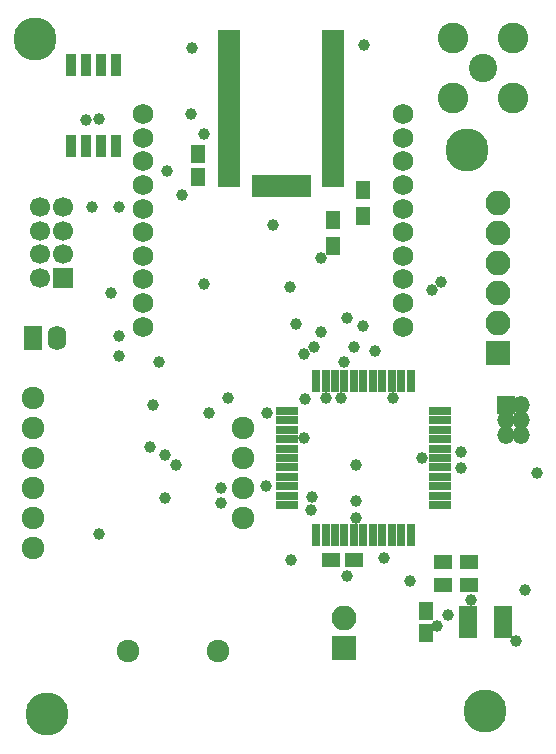
<source format=gbr>
G04 #@! TF.FileFunction,Soldermask,Bot*
%FSLAX46Y46*%
G04 Gerber Fmt 4.6, Leading zero omitted, Abs format (unit mm)*
G04 Created by KiCad (PCBNEW 4.0.6) date Thu Dec 28 15:24:54 2017*
%MOMM*%
%LPD*%
G01*
G04 APERTURE LIST*
%ADD10C,0.128000*%
%ADD11C,1.924000*%
%ADD12R,0.950000X1.900000*%
%ADD13R,0.800000X1.900000*%
%ADD14R,1.900000X0.800000*%
%ADD15R,1.650000X0.670000*%
%ADD16R,1.100000X1.900000*%
%ADD17R,1.900000X1.100000*%
%ADD18R,1.900000X1.400000*%
%ADD19C,1.727200*%
%ADD20R,1.500000X1.500000*%
%ADD21O,1.500000X1.500000*%
%ADD22R,2.100000X2.100000*%
%ADD23O,2.100000X2.100000*%
%ADD24R,1.600000X1.150000*%
%ADD25R,1.150000X1.600000*%
%ADD26R,1.600000X1.300000*%
%ADD27R,1.700000X1.700000*%
%ADD28C,1.700000*%
%ADD29C,2.600000*%
%ADD30C,2.400000*%
%ADD31R,1.300000X1.600000*%
%ADD32C,1.000000*%
%ADD33R,1.600000X2.100000*%
%ADD34O,1.600000X2.100000*%
%ADD35C,3.650000*%
G04 APERTURE END LIST*
D10*
D11*
X145161000Y-110363000D03*
X152781000Y-110363000D03*
D12*
X144145000Y-60735000D03*
X144145000Y-67535000D03*
X142875000Y-60735000D03*
X142875000Y-67535000D03*
X141605000Y-60735000D03*
X141605000Y-67535000D03*
X140335000Y-60735000D03*
X140335000Y-67535000D03*
D13*
X169100000Y-100480000D03*
X168300000Y-100480000D03*
X167500000Y-100480000D03*
X166700000Y-100480000D03*
X165900000Y-100480000D03*
X165100000Y-100480000D03*
X164300000Y-100480000D03*
X163500000Y-100480000D03*
X162700000Y-100480000D03*
X161900000Y-100480000D03*
X161100000Y-100480000D03*
D14*
X158600000Y-97980000D03*
X158600000Y-97180000D03*
X158600000Y-96380000D03*
X158600000Y-95580000D03*
X158600000Y-94780000D03*
X158600000Y-93980000D03*
X158600000Y-93180000D03*
X158600000Y-92380000D03*
X158600000Y-91580000D03*
X158600000Y-90780000D03*
X158600000Y-89980000D03*
D13*
X161100000Y-87480000D03*
X161900000Y-87480000D03*
X162700000Y-87480000D03*
X163500000Y-87480000D03*
X164300000Y-87480000D03*
X165100000Y-87480000D03*
X165900000Y-87480000D03*
X166700000Y-87480000D03*
X167500000Y-87480000D03*
X168300000Y-87480000D03*
X169100000Y-87480000D03*
D14*
X171600000Y-89980000D03*
X171600000Y-90780000D03*
X171600000Y-91580000D03*
X171600000Y-92380000D03*
X171600000Y-93180000D03*
X171600000Y-93980000D03*
X171600000Y-94780000D03*
X171600000Y-95580000D03*
X171600000Y-96380000D03*
X171600000Y-97180000D03*
X171600000Y-97980000D03*
D15*
X176950500Y-108886500D03*
X173950500Y-108886500D03*
X176950500Y-108386500D03*
X173950500Y-108386500D03*
X176950500Y-107886500D03*
X173950500Y-107886500D03*
X176950500Y-107386500D03*
X173950500Y-107386500D03*
X176950500Y-106886500D03*
X173950500Y-106886500D03*
D16*
X160160000Y-70970000D03*
D17*
X153760000Y-70570000D03*
X153760000Y-69570000D03*
X153760000Y-68570000D03*
X153760000Y-67570000D03*
X153760000Y-66570000D03*
X153760000Y-65570000D03*
X153760000Y-64570000D03*
X153760000Y-63570000D03*
X153760000Y-62570000D03*
X153760000Y-61570000D03*
X153760000Y-60570000D03*
X153760000Y-59570000D03*
D18*
X153760000Y-58420000D03*
X162560000Y-58420000D03*
D17*
X162560000Y-59570000D03*
X162560000Y-60570000D03*
X162560000Y-61570000D03*
X162560000Y-62570000D03*
X162560000Y-63570000D03*
X162560000Y-64570000D03*
X162560000Y-65570000D03*
X162560000Y-66570000D03*
X162560000Y-67570000D03*
X162560000Y-68570000D03*
X162560000Y-69570000D03*
X162560000Y-70570000D03*
D16*
X159160000Y-70970000D03*
X158160000Y-70970000D03*
X157160000Y-70970000D03*
X156160000Y-70970000D03*
D19*
X168478200Y-82864960D03*
X168478200Y-80863440D03*
X168478200Y-78864460D03*
X168478200Y-76862940D03*
X168478200Y-74863960D03*
X168478200Y-72864980D03*
X168478200Y-70863460D03*
X168478200Y-68864480D03*
X168478200Y-66862960D03*
X168478200Y-64863980D03*
X146481800Y-64863980D03*
X146481800Y-66862960D03*
X146481800Y-68864480D03*
X146481800Y-70863460D03*
X146481800Y-72864980D03*
X146481800Y-74863960D03*
X146481800Y-76862940D03*
X146481800Y-78864460D03*
X146481800Y-80863440D03*
X146481800Y-82864960D03*
D20*
X177165000Y-89535000D03*
D21*
X178435000Y-89535000D03*
X177165000Y-90805000D03*
X178435000Y-90805000D03*
X177165000Y-92075000D03*
X178435000Y-92075000D03*
D22*
X176530000Y-85090000D03*
D23*
X176530000Y-82550000D03*
X176530000Y-80010000D03*
X176530000Y-77470000D03*
X176530000Y-74930000D03*
X176530000Y-72390000D03*
D24*
X162372000Y-102616000D03*
X164272000Y-102616000D03*
D25*
X170370500Y-108836500D03*
X170370500Y-106936500D03*
D26*
X171810500Y-104711500D03*
X174010500Y-104711500D03*
X174010500Y-102806500D03*
X171810500Y-102806500D03*
D11*
X137160000Y-101600000D03*
X137160000Y-99060000D03*
X137160000Y-96520000D03*
X137160000Y-93980000D03*
X137160000Y-91440000D03*
X137160000Y-88900000D03*
X154940000Y-91440000D03*
X154940000Y-93980000D03*
X154940000Y-96520000D03*
X154940000Y-99060000D03*
D27*
X139700000Y-78740000D03*
D28*
X139700000Y-76740000D03*
X139700000Y-74740000D03*
X139700000Y-72740000D03*
X137700000Y-78740000D03*
X137700000Y-76740000D03*
X137700000Y-74740000D03*
X137700000Y-72740000D03*
D29*
X172720000Y-63500000D03*
X172720000Y-58420000D03*
X177800000Y-58420000D03*
X177800000Y-63500000D03*
D30*
X175260000Y-60960000D03*
D31*
X165100000Y-71290000D03*
X165100000Y-73490000D03*
X162560000Y-73830000D03*
X162560000Y-76030000D03*
D25*
X151130000Y-70165000D03*
X151130000Y-68265000D03*
D32*
X152019000Y-90170000D03*
X165163500Y-58991500D03*
X150558500Y-59245500D03*
D22*
X163449000Y-110109000D03*
D23*
X163449000Y-107569000D03*
D33*
X137160000Y-83820000D03*
D34*
X139160000Y-83820000D03*
D32*
X166878000Y-102489000D03*
X151638000Y-66548000D03*
X160147000Y-89027000D03*
D35*
X138303000Y-115697000D03*
X173863000Y-67945000D03*
X137287000Y-58547000D03*
X175387000Y-115443000D03*
D32*
X151638000Y-79247998D03*
X173355000Y-94869000D03*
X179832000Y-95250000D03*
X160782000Y-97282000D03*
X160039021Y-92329000D03*
X159004000Y-102616000D03*
X167640000Y-88900000D03*
X174180500Y-105981500D03*
X149733000Y-71755000D03*
X148463000Y-69723000D03*
X150495000Y-64897000D03*
X153670000Y-88900000D03*
X165099998Y-82804000D03*
X161543998Y-83312000D03*
X166116000Y-84963000D03*
X163703000Y-82169000D03*
X173355000Y-93472000D03*
X159385000Y-82677000D03*
X169037000Y-104374979D03*
X157480000Y-74295000D03*
X161925000Y-88900000D03*
X163195000Y-88900000D03*
X160655000Y-98425000D03*
X170053000Y-93980000D03*
X178054000Y-109474000D03*
X158877000Y-79502000D03*
X161544000Y-77089000D03*
X172275500Y-107251500D03*
X171323000Y-108204000D03*
X170942000Y-79756000D03*
X142748000Y-65278000D03*
X171704004Y-79121000D03*
X141605000Y-65405000D03*
X156972000Y-90170000D03*
X142748000Y-100457000D03*
X149225000Y-94615000D03*
X147066000Y-93091000D03*
X156845000Y-96393002D03*
X148336001Y-97408999D03*
X148336000Y-93726000D03*
X153035000Y-97790000D03*
X153035000Y-96520000D03*
X147320000Y-89535000D03*
X144399000Y-85314010D03*
X142113000Y-72771000D03*
X143764000Y-80010000D03*
X160909000Y-84582000D03*
X164338000Y-84582000D03*
X144399000Y-72771000D03*
X147828000Y-85852000D03*
X163449000Y-85852000D03*
X160039021Y-85217000D03*
X144399002Y-83693000D03*
X163703000Y-103944968D03*
X164465000Y-97663000D03*
X164465000Y-99060000D03*
X164465000Y-94615000D03*
X178816000Y-105156000D03*
M02*

</source>
